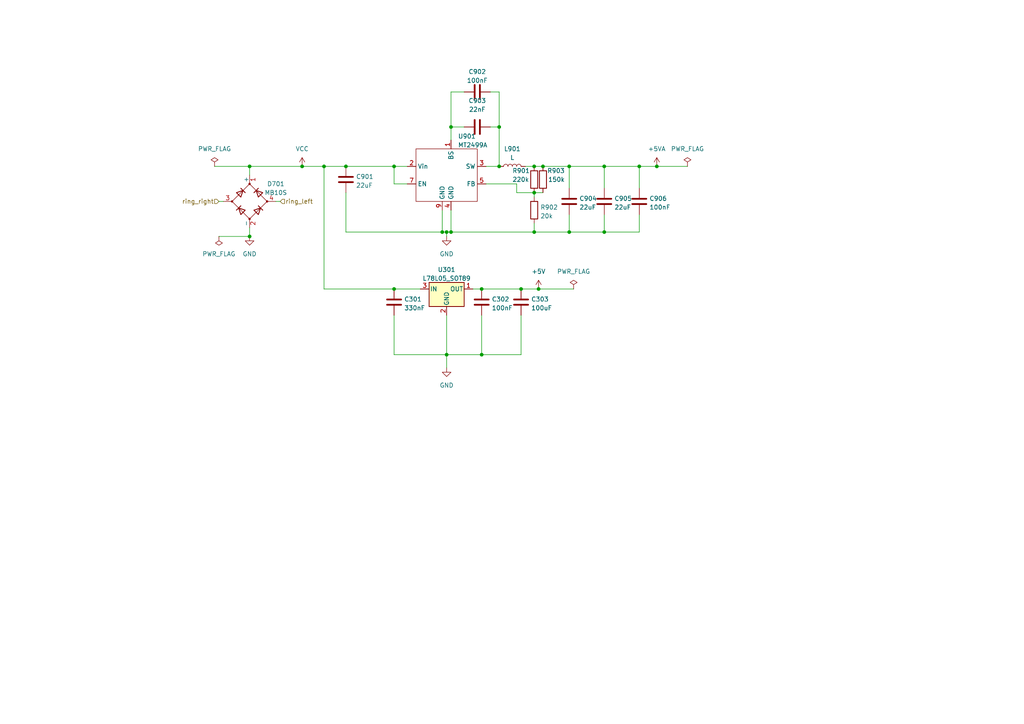
<source format=kicad_sch>
(kicad_sch (version 20230121) (generator eeschema)
  (paper "A4")
  (lib_symbols
    (symbol "Device:C" (pin_numbers hide) (pin_names (offset 0.254))
      (property "Reference" "C" (at 0.635 2.54 0))
      (property "Value" "C" (at 0.635 -2.54 0))
      (symbol "C_0_1"
        (polyline (pts (xy -2.032 -0.762) (xy 2.032 -0.762)) (stroke (width 0.508)))
        (polyline (pts (xy -2.032 0.762) (xy 2.032 0.762)) (stroke (width 0.508)))
      )
      (symbol "C_1_1"
        (pin passive line (at 0 3.81 270) (length 2.794) (name "~") (number "1"))
        (pin passive line (at 0 -3.81 90) (length 2.794) (name "~") (number "2"))
      )
    )
    (symbol "Device:L" (pin_numbers hide) (pin_names (offset 1.016) hide)
      (property "Reference" "L" (at -1.27 0 90))
      (property "Value" "L" (at 1.905 0 90))
      (symbol "L_0_1"
        (arc (start 0 -2.54) (mid 0.6323 -1.905) (end 0 -1.27))
        (arc (start 0 -1.27) (mid 0.6323 -0.635) (end 0 0))
        (arc (start 0 0) (mid 0.6323 0.635) (end 0 1.27))
        (arc (start 0 1.27) (mid 0.6323 1.905) (end 0 2.54))
      )
      (symbol "L_1_1"
        (pin passive line (at 0 3.81 270) (length 1.27) (name "1") (number "1"))
        (pin passive line (at 0 -3.81 90) (length 1.27) (name "2") (number "2"))
      )
    )
    (symbol "Device:R" (pin_numbers hide) (pin_names (offset 0))
      (property "Reference" "R" (at 2.032 0 90))
      (property "Value" "R" (at 0 0 90))
      (symbol "R_0_1"
        (rectangle (start -1.016 -2.54) (end 1.016 2.54) (stroke (width 0.254)))
      )
      (symbol "R_1_1"
        (pin passive line (at 0 3.81 270) (length 1.27) (name "~") (number "1"))
        (pin passive line (at 0 -3.81 90) (length 1.27) (name "~") (number "2"))
      )
    )
    (symbol "Regulator_Linear:L78L05_SOT89" (pin_names (offset 0.254))
      (property "Reference" "U" (at -3.81 3.175 0))
      (property "Value" "L78L05_SOT89" (at -0.635 3.175 0))
      (symbol "L78L05_SOT89_0_1"
        (rectangle (start -5.08 1.905) (end 5.08 -5.08) (stroke (width 0.254)) (fill (type background)))
      )
      (symbol "L78L05_SOT89_1_1"
        (pin power_out line (at 7.62 0 180) (length 2.54) (name "OUT") (number "1"))
        (pin power_in line (at 0 -7.62 90) (length 2.54) (name "GND") (number "2"))
        (pin power_in line (at -7.62 0 0) (length 2.54) (name "IN") (number "3"))
      )
    )
    (symbol "custom_kicad_lib_sk:MB10S" (pin_names (offset 0))
      (property "Reference" "D" (at 2.54 6.985 0))
      (property "Value" "MB10S" (at 2.54 5.08 0))
      (symbol "MB10S_0_1"
        (circle (center -5.08 0) (radius 0.254) (fill (type outline)))
        (circle (center 0 -5.08) (radius 0.254) (fill (type outline)))
        (polyline (pts (xy -2.54 3.81) (xy -1.27 2.54)) (stroke (width 0.254)))
        (polyline (pts (xy -1.27 -2.54) (xy -2.54 -3.81)) (stroke (width 0.254)))
        (polyline (pts (xy 2.54 -1.27) (xy 3.81 -2.54)) (stroke (width 0.254)))
        (polyline (pts (xy 2.54 1.27) (xy 3.81 2.54)) (stroke (width 0.254)))
        (polyline (pts (xy -3.81 2.54) (xy -2.54 1.27) (xy -1.905 3.175) (xy -3.81 2.54)) (stroke (width 0.254)))
        (polyline (pts (xy -2.54 -1.27) (xy -3.81 -2.54) (xy -1.905 -3.175) (xy -2.54 -1.27)) (stroke (width 0.254)))
        (polyline (pts (xy 1.27 2.54) (xy 2.54 3.81) (xy 3.175 1.905) (xy 1.27 2.54)) (stroke (width 0.254)))
        (polyline (pts (xy 3.175 -1.905) (xy 1.27 -2.54) (xy 2.54 -3.81) (xy 3.175 -1.905)) (stroke (width 0.254)))
        (polyline (pts (xy -5.08 0) (xy 0 -5.08) (xy 5.08 0) (xy 0 5.08) (xy -5.08 0)))
        (circle (center 0 5.08) (radius 0.254) (fill (type outline)))
        (circle (center 5.08 0) (radius 0.254) (fill (type outline)))
      )
      (symbol "MB10S_1_1"
        (pin passive line (at 7.62 0 180) (length 2.54) (name "+") (number "1"))
        (pin passive line (at -7.62 0 0) (length 2.54) (name "-") (number "2"))
        (pin passive line (at 0 7.62 270) (length 2.54) (name "~") (number "3"))
        (pin passive line (at 0 -7.62 90) (length 2.54) (name "~") (number "4"))
      )
    )
    (symbol "custom_kicad_lib_sk:MT499A"
      (property "Reference" "U1" (at 2.0194 9.999 0))
      (property "Value" "MT499A" (at 2.0194 7.4621 0))
      (symbol "MT499A_0_1"
        (rectangle (start -10.16 6.35) (end 7.62 -8.89) (stroke (width 0.1524)))
      )
      (symbol "MT499A_1_1"
        (pin input line (at 0 8.89 270) (length 2.54) (name "BS") (number "1"))
        (pin power_in line (at -12.7 1.27 0) (length 2.54) (name "Vin") (number "2"))
        (pin input line (at 10.16 1.27 180) (length 2.54) (name "SW") (number "3"))
        (pin power_in line (at 0 -11.43 90) (length 2.54) (name "GND") (number "4"))
        (pin input line (at 10.16 -3.81 180) (length 2.54) (name "FB") (number "5"))
        (pin no_connect line (at 8.89 -11.43 180) (length 2.54) hide (name "NC") (number "6"))
        (pin input line (at -12.7 -3.81 0) (length 2.54) (name "EN") (number "7"))
        (pin no_connect line (at 8.89 -13.97 180) (length 2.54) hide (name "NC") (number "8"))
        (pin input line (at -2.54 -11.43 90) (length 2.54) (name "GND") (number "9"))
      )
    )
    (symbol "power:+5V" (power) (pin_names (offset 0))
      (property "Value" "+5V" (at 0 3.556 0))
      (symbol "+5V_0_1"
        (polyline (pts (xy -0.762 1.27) (xy 0 2.54)))
        (polyline (pts (xy 0 0) (xy 0 2.54)))
        (polyline (pts (xy 0 2.54) (xy 0.762 1.27)))
      )
      (symbol "+5V_1_1"
        (pin power_in line (at 0 0 90) (length 0) hide (name "+5V") (number "1"))
      )
    )
    (symbol "power:+5VA" (power) (pin_names (offset 0))
      (property "Value" "+5VA" (at 0 3.556 0))
      (symbol "+5VA_0_1"
        (polyline (pts (xy -0.762 1.27) (xy 0 2.54)))
        (polyline (pts (xy 0 0) (xy 0 2.54)))
        (polyline (pts (xy 0 2.54) (xy 0.762 1.27)))
      )
      (symbol "+5VA_1_1"
        (pin power_in line (at 0 0 90) (length 0) hide (name "+5VA") (number "1"))
      )
    )
    (symbol "power:GND" (power) (pin_names (offset 0))
      (property "Value" "GND" (at 0 -3.81 0))
      (symbol "GND_0_1"
        (polyline (pts (xy 0 0) (xy 0 -1.27) (xy 1.27 -1.27) (xy 0 -2.54) (xy -1.27 -1.27) (xy 0 -1.27)))
      )
      (symbol "GND_1_1"
        (pin power_in line (at 0 0 270) (length 0) hide (name "GND") (number "1"))
      )
    )
    (symbol "power:PWR_FLAG" (power) (pin_numbers hide) (pin_names (offset 0) hide)
      (property "Value" "PWR_FLAG" (at 0 3.81 0))
      (symbol "PWR_FLAG_0_0"
        (pin power_out line (at 0 0 90) (length 0) (name "pwr") (number "1"))
      )
      (symbol "PWR_FLAG_0_1"
        (polyline (pts (xy 0 0) (xy 0 1.27) (xy -1.016 1.905) (xy 0 2.54) (xy 1.016 1.905) (xy 0 1.27)))
      )
    )
    (symbol "power:VCC" (power) (pin_names (offset 0))
      (property "Value" "VCC" (at 0 3.81 0))
      (symbol "VCC_0_1"
        (polyline (pts (xy -0.762 1.27) (xy 0 2.54)))
        (polyline (pts (xy 0 0) (xy 0 2.54)))
        (polyline (pts (xy 0 2.54) (xy 0.762 1.27)))
      )
      (symbol "VCC_1_1"
        (pin power_in line (at 0 0 90) (length 0) hide (name "VCC") (number "1"))
      )
    )
  )
  (junction (at 139.7 83.82))
  (junction (at 175.26 67.31))
  (junction (at 156.21 83.82))
  (junction (at 87.63 48.26))
  (junction (at 175.26 48.26))
  (junction (at 93.98 48.26))
  (junction (at 190.5 48.26))
  (junction (at 165.1 48.26))
  (junction (at 151.13 83.82))
  (junction (at 129.54 102.87))
  (junction (at 114.3 83.82))
  (junction (at 114.3 48.26))
  (junction (at 185.42 48.26))
  (junction (at 157.48 48.26))
  (junction (at 100.33 48.26))
  (junction (at 154.94 55.88))
  (junction (at 154.94 48.26))
  (junction (at 139.7 102.87))
  (junction (at 128.27 67.31))
  (junction (at 129.54 67.31))
  (junction (at 154.94 67.31))
  (junction (at 72.39 48.26))
  (junction (at 72.39 68.58))
  (junction (at 144.78 48.26))
  (junction (at 144.78 36.83))
  (junction (at 165.1 67.31))
  (junction (at 130.81 36.83))
  (junction (at 130.81 67.31))
  (wire (pts (xy 114.3 48.26) (xy 118.11 48.26)))
  (wire (pts (xy 114.3 83.82) (xy 121.92 83.82)))
  (wire (pts (xy 154.94 67.31) (xy 154.94 64.77)))
  (wire (pts (xy 157.48 48.26) (xy 165.1 48.26)))
  (wire (pts (xy 93.98 83.82) (xy 114.3 83.82)))
  (wire (pts (xy 128.27 60.96) (xy 128.27 67.31)))
  (wire (pts (xy 190.5 48.26) (xy 185.42 48.26)))
  (wire (pts (xy 128.27 67.31) (xy 100.33 67.31)))
  (wire (pts (xy 154.94 55.88) (xy 154.94 57.15)))
  (wire (pts (xy 139.7 91.44) (xy 139.7 102.87)))
  (wire (pts (xy 80.01 58.42) (xy 81.28 58.42)))
  (wire (pts (xy 154.94 48.26) (xy 157.48 48.26)))
  (wire (pts (xy 72.39 66.04) (xy 72.39 68.58)))
  (wire (pts (xy 62.23 48.26) (xy 72.39 48.26)))
  (wire (pts (xy 175.26 62.23) (xy 175.26 67.31)))
  (wire (pts (xy 100.33 48.26) (xy 114.3 48.26)))
  (wire (pts (xy 93.98 48.26) (xy 100.33 48.26)))
  (wire (pts (xy 129.54 102.87) (xy 129.54 106.68)))
  (wire (pts (xy 165.1 48.26) (xy 175.26 48.26)))
  (wire (pts (xy 175.26 67.31) (xy 165.1 67.31)))
  (wire (pts (xy 130.81 67.31) (xy 129.54 67.31)))
  (wire (pts (xy 114.3 102.87) (xy 129.54 102.87)))
  (wire (pts (xy 175.26 48.26) (xy 185.42 48.26)))
  (wire (pts (xy 154.94 67.31) (xy 130.81 67.31)))
  (wire (pts (xy 149.86 53.34) (xy 149.86 55.88)))
  (wire (pts (xy 134.62 26.67) (xy 130.81 26.67)))
  (wire (pts (xy 151.13 91.44) (xy 151.13 102.87)))
  (wire (pts (xy 72.39 48.26) (xy 87.63 48.26)))
  (wire (pts (xy 63.5 68.58) (xy 72.39 68.58)))
  (wire (pts (xy 140.97 48.26) (xy 144.78 48.26)))
  (wire (pts (xy 152.4 48.26) (xy 154.94 48.26)))
  (wire (pts (xy 144.78 36.83) (xy 144.78 26.67)))
  (wire (pts (xy 175.26 48.26) (xy 175.26 54.61)))
  (wire (pts (xy 151.13 83.82) (xy 156.21 83.82)))
  (wire (pts (xy 130.81 26.67) (xy 130.81 36.83)))
  (wire (pts (xy 129.54 67.31) (xy 128.27 67.31)))
  (wire (pts (xy 63.5 58.42) (xy 64.77 58.42)))
  (wire (pts (xy 114.3 91.44) (xy 114.3 102.87)))
  (wire (pts (xy 114.3 48.26) (xy 114.3 53.34)))
  (wire (pts (xy 129.54 67.31) (xy 129.54 68.58)))
  (wire (pts (xy 156.21 83.82) (xy 166.37 83.82)))
  (wire (pts (xy 144.78 26.67) (xy 142.24 26.67)))
  (wire (pts (xy 72.39 48.26) (xy 72.39 50.8)))
  (wire (pts (xy 185.42 62.23) (xy 185.42 67.31)))
  (wire (pts (xy 129.54 91.44) (xy 129.54 102.87)))
  (wire (pts (xy 144.78 48.26) (xy 144.78 36.83)))
  (wire (pts (xy 190.5 48.26) (xy 199.39 48.26)))
  (wire (pts (xy 165.1 62.23) (xy 165.1 67.31)))
  (wire (pts (xy 100.33 67.31) (xy 100.33 55.88)))
  (wire (pts (xy 165.1 54.61) (xy 165.1 48.26)))
  (wire (pts (xy 130.81 67.31) (xy 130.81 60.96)))
  (wire (pts (xy 139.7 102.87) (xy 151.13 102.87)))
  (wire (pts (xy 185.42 54.61) (xy 185.42 48.26)))
  (wire (pts (xy 130.81 36.83) (xy 134.62 36.83)))
  (wire (pts (xy 87.63 48.26) (xy 93.98 48.26)))
  (wire (pts (xy 118.11 53.34) (xy 114.3 53.34)))
  (wire (pts (xy 154.94 55.88) (xy 157.48 55.88)))
  (wire (pts (xy 185.42 67.31) (xy 175.26 67.31)))
  (wire (pts (xy 137.16 83.82) (xy 139.7 83.82)))
  (wire (pts (xy 154.94 67.31) (xy 165.1 67.31)))
  (wire (pts (xy 139.7 83.82) (xy 151.13 83.82)))
  (wire (pts (xy 149.86 55.88) (xy 154.94 55.88)))
  (wire (pts (xy 93.98 48.26) (xy 93.98 83.82)))
  (wire (pts (xy 130.81 36.83) (xy 130.81 40.64)))
  (wire (pts (xy 129.54 102.87) (xy 139.7 102.87)))
  (wire (pts (xy 144.78 36.83) (xy 142.24 36.83)))
  (wire (pts (xy 140.97 53.34) (xy 149.86 53.34)))
  (hierarchical_label "ring_right" (shape input) (at 63.5 58.42 180))
  (hierarchical_label "ring_left" (shape input) (at 81.28 58.42 0))
  (symbol (lib_id "power:+5VA") (at 190.5 48.26 0) (unit 1)
    (property "Reference" "#PWR0802" (effects hide))
    (property "Value" "+5VA" (at 190.5 43.18 0))
  )
  (symbol (lib_id "power:GND") (at 129.54 106.68 0) (unit 1)
    (property "Reference" "#PWR0102" (effects hide))
    (property "Value" "GND" (at 129.54 111.76 0))
    (instances (project "LDO" (path "" (reference "#PWR0102") (unit 1))) (project "BloX_ABC_MkII" (path "" (reference "#PWR0111") (unit 1))))
  )
  (symbol (lib_id "Device:C") (at 138.43 36.83 90) (unit 1)
    (property "Reference" "C903" (at 138.43 29.21 90))
    (property "Value" "22nF" (at 138.43 31.75 90))
    (property "Footprint" "Capacitor_SMD:C_0402_1005Metric" (effects hide))
    (property "JLCPCB Part#" "C1532" (effects hide))
    (instances (project "BloX_ABC_MkII" (path "" (reference "C903") (unit 1))) (project "OS-servoDriver" (path "" (reference "C903") (unit 1))) (project "buck_5V" (path "" (reference "C903") (unit 1))) (project "general_schematics" (path "" (reference "C1503") (unit 1))))
  )
  (symbol (lib_id "Device:C") (at 139.7 87.63 0) (unit 1)
    (property "Reference" "C302" (at 142.621 86.7953 0) (effects (justify left)))
    (property "Value" "100nF" (at 142.621 89.3322 0) (effects (justify left)))
    (property "Footprint" "Capacitor_SMD:C_0603_1608Metric_Pad1.08x0.95mm_HandSolder" (effects hide))
    (property "JLCPCB Part#" "C14663" (effects hide))
    (instances (project "LDO" (path "" (reference "C302") (unit 1))) (project "BloX_ABC_MkII" (path "" (reference "C302") (unit 1))) (project "general_schematics" (path "" (reference "C1802") (unit 1))))
  )
  (symbol (lib_id "Device:R") (at 157.48 52.07 180) (unit 1)
    (property "Reference" "R903" (at 163.83 49.53 0) (effects (justify left)))
    (property "Value" "150k" (at 163.83 52.07 0) (effects (justify left)))
    (property "Footprint" "Resistor_SMD:R_0603_1608Metric" (effects hide))
    (property "JLCPCB Part#" "C22807" (effects hide))
    (instances (project "BloX_ABC_MkII" (path "" (reference "R903") (unit 1))) (project "buck_5V" (path "" (reference "R903") (unit 1))) (project "general_schematics" (path "" (reference "R1503") (unit 1))))
  )
  (symbol (lib_id "power:PWR_FLAG") (at 199.39 48.26 0) (unit 1)
    (property "Reference" "#FLG0802" (effects hide))
    (property "Value" "PWR_FLAG" (at 199.39 43.18 0))
  )
  (symbol (lib_id "Device:C") (at 138.43 26.67 90) (unit 1)
    (property "Reference" "C902" (at 138.43 20.8112 90))
    (property "Value" "100nF" (at 138.43 23.3481 90))
    (property "Footprint" "Capacitor_SMD:C_0402_1005Metric" (effects hide))
    (property "JLCPCB Part#" "C307331" (effects hide))
    (instances (project "BloX_ABC_MkII" (path "" (reference "C902") (unit 1))) (project "buck_5V" (path "" (reference "C902") (unit 1))) (project "general_schematics" (path "" (reference "C1502") (unit 1))))
  )
  (symbol (lib_id "Device:L") (at 148.59 48.26 90) (unit 1)
    (property "Reference" "L901" (at 148.59 43.18 90))
    (property "Value" "L" (at 148.59 45.72 90))
    (property "Footprint" "Inductor_SMD:L_Bourns-SRU8028_8.0x8.0mm" (effects hide))
    (property "JLCPCB Part#" "C92945" (effects hide))
    (instances (project "BloX_ABC_MkII" (path "" (reference "L901") (unit 1))) (project "OS-servoDriver" (path "" (reference "L901") (unit 1))) (project "buck_5V" (path "" (reference "L901") (unit 1))) (project "general_schematics" (path "" (reference "L1501") (unit 1))))
  )
  (symbol (lib_id "Regulator_Linear:L78L05_SOT89") (at 129.54 83.82 0) (unit 1)
    (property "Reference" "U301" (at 129.54 78.2152 0))
    (property "Value" "L78L05_SOT89" (at 129.54 80.7521 0))
    (property "Footprint" "Package_TO_SOT_SMD:SOT-89-3" (effects hide))
    (property "Datasheet" "http://www.st.com/content/ccc/resource/technical/document/datasheet/15/55/e5/aa/23/5b/43/fd/CD00000446.pdf/files/CD00000446.pdf/jcr:content/translations/en.CD00000446.pdf" (effects hide))
    (property "JLCPCB Part#" "C71136" (effects hide))
    (instances (project "LDO" (path "" (reference "U301") (unit 1))) (project "BloX_ABC_MkII" (path "" (reference "U301") (unit 1))) (project "general_schematics" (path "" (reference "U1801") (unit 1))))
  )
  (symbol (lib_id "power:VCC") (at 87.63 48.26 0) (unit 1)
    (property "Reference" "#PWR0112" (effects hide))
    (property "Value" "VCC" (at 87.63 43.18 0))
    (instances (project "BloX_ABC_MkII" (path "" (reference "#PWR0112") (unit 1))) (project "buck_5V" (path "" (reference "#PWR0103") (unit 1))))
  )
  (symbol (lib_id "Device:C") (at 175.26 58.42 0) (unit 1)
    (property "Reference" "C905" (at 178.181 57.5853 0) (effects (justify left)))
    (property "Value" "22uF" (at 178.181 60.1222 0) (effects (justify left)))
    (property "Footprint" "Capacitor_SMD:C_0603_1608Metric" (effects hide))
    (property "JLCPCB Part#" "C45783" (effects hide))
    (instances (project "BloX_ABC_MkII" (path "" (reference "C905") (unit 1))) (project "buck_5V" (path "" (reference "C905") (unit 1))) (project "general_schematics" (path "" (reference "C1505") (unit 1))))
  )
  (symbol (lib_id "power:PWR_FLAG") (at 166.37 83.82 0) (unit 1)
    (property "Reference" "#FLG0801" (effects hide))
    (property "Value" "PWR_FLAG" (at 166.37 78.74 0))
  )
  (symbol (lib_id "Device:C") (at 100.33 52.07 0) (unit 1)
    (property "Reference" "C901" (at 103.251 51.2353 0) (effects (justify left)))
    (property "Value" "22uF" (at 103.251 53.7722 0) (effects (justify left)))
    (property "Footprint" "Capacitor_SMD:C_0603_1608Metric" (effects hide))
    (property "JLCPCB Part#" "C45783" (effects hide))
    (instances (project "BloX_ABC_MkII" (path "" (reference "C901") (unit 1))) (project "buck_5V" (path "" (reference "C901") (unit 1))) (project "general_schematics" (path "" (reference "C1501") (unit 1))))
  )
  (symbol (lib_id "Device:R") (at 154.94 60.96 0) (unit 1)
    (property "Reference" "R902" (at 156.718 60.1253 0) (effects (justify left)))
    (property "Value" "20k" (at 156.718 62.6622 0) (effects (justify left)))
    (property "Footprint" "Resistor_SMD:R_0603_1608Metric" (effects hide))
    (property "JLCPCB Part#" "C4328" (effects hide))
    (instances (project "BloX_ABC_MkII" (path "" (reference "R902") (unit 1))) (project "buck_5V" (path "" (reference "R902") (unit 1))) (project "general_schematics" (path "" (reference "R1502") (unit 1))))
  )
  (symbol (lib_id "power:GND") (at 129.54 68.58 0) (unit 1)
    (property "Reference" "#PWR0110" (effects hide))
    (property "Value" "GND" (at 129.54 73.66 0))
    (instances (project "BloX_ABC_MkII" (path "" (reference "#PWR0110") (unit 1))) (project "buck_5V" (path "" (reference "#PWR0101") (unit 1))))
  )
  (symbol (lib_id "power:GND") (at 72.39 68.58 0) (unit 1)
    (property "Reference" "#PWR0801" (effects hide))
    (property "Value" "GND" (at 72.39 73.66 0))
  )
  (symbol (lib_id "custom_kicad_lib_sk:MT499A") (at 130.81 49.53 0) (unit 1)
    (property "Reference" "U901" (at 132.8294 39.531 0) (effects (justify left)))
    (property "Value" "MT2499A" (at 132.8294 42.0679 0) (effects (justify left)))
    (property "Footprint" "Package_SO:TI_SO-PowerPAD-8" (effects hide))
    (property "Datasheet" "https://datasheet.lcsc.com/lcsc/2205121200_XI-AN-Aerosemi-Tech-MT2499A_C3007555.pdf" (effects hide))
    (property "JLCPCB Part#" "C3007555" (effects hide))
    (instances (project "BloX_ABC_MkII" (path "" (reference "U901") (unit 1))) (project "buck_5V" (path "" (reference "U901") (unit 1))) (project "general_schematics" (path "" (reference "U1501") (unit 1))))
  )
  (symbol (lib_id "power:PWR_FLAG") (at 63.5 68.58 180) (unit 1)
    (property "Reference" "#FLG0804" (effects hide))
    (property "Value" "PWR_FLAG" (at 63.5 73.66 0))
  )
  (symbol (lib_id "custom_kicad_lib_sk:MB10S") (at 72.39 58.42 90) (unit 1)
    (property "Reference" "D701" (at 80.01 53.34 90))
    (property "Value" "MB10S" (at 80.01 55.88 90))
    (property "Footprint" "Package_TO_SOT_SMD:TO-269AA" (effects hide))
    (property "JLCPCB Part#" "C2488" (effects hide))
  )
  (symbol (lib_id "Device:C") (at 165.1 58.42 0) (unit 1)
    (property "Reference" "C904" (at 168.021 57.5853 0) (effects (justify left)))
    (property "Value" "22uF" (at 168.021 60.1222 0) (effects (justify left)))
    (property "Footprint" "Capacitor_SMD:C_0603_1608Metric" (effects hide))
    (property "JLCPCB Part#" "C45783" (effects hide))
    (instances (project "BloX_ABC_MkII" (path "" (reference "C904") (unit 1))) (project "buck_5V" (path "" (reference "C904") (unit 1))) (project "general_schematics" (path "" (reference "C1504") (unit 1))))
  )
  (symbol (lib_id "Device:R") (at 154.94 52.07 0) (unit 1)
    (property "Reference" "R901" (at 148.59 49.53 0) (effects (justify left)))
    (property "Value" "220k" (at 148.59 52.07 0) (effects (justify left)))
    (property "Footprint" "Resistor_SMD:R_0603_1608Metric" (effects hide))
    (property "JLCPCB Part#" "C22961" (effects hide))
    (instances (project "BloX_ABC_MkII" (path "" (reference "R901") (unit 1))) (project "buck_5V" (path "" (reference "R901") (unit 1))) (project "general_schematics" (path "" (reference "R1501") (unit 1))))
  )
  (symbol (lib_id "power:+5V") (at 156.21 83.82 0) (unit 1)
    (property "Reference" "#PWR0101" (effects hide))
    (property "Value" "+5V" (at 156.21 78.74 0))
    (instances (project "LDO" (path "" (reference "#PWR0101") (unit 1))) (project "BloX_ABC_MkII" (path "" (reference "#PWR0109") (unit 1))))
  )
  (symbol (lib_id "Device:C") (at 185.42 58.42 0) (unit 1)
    (property "Reference" "C906" (at 188.341 57.5853 0) (effects (justify left)))
    (property "Value" "100nF" (at 188.341 60.1222 0) (effects (justify left)))
    (property "Footprint" "Capacitor_SMD:C_0402_1005Metric" (effects hide))
    (property "JLCPCB Part#" "C307331" (effects hide))
    (instances (project "BloX_ABC_MkII" (path "" (reference "C906") (unit 1))) (project "buck_5V" (path "" (reference "C906") (unit 1))) (project "general_schematics" (path "" (reference "C1506") (unit 1))))
  )
  (symbol (lib_id "power:PWR_FLAG") (at 62.23 48.26 0) (unit 1)
    (property "Reference" "#FLG0803" (effects hide))
    (property "Value" "PWR_FLAG" (at 62.23 43.18 0))
  )
  (symbol (lib_id "Device:C") (at 114.3 87.63 0) (unit 1)
    (property "Reference" "C301" (at 117.221 86.7953 0) (effects (justify left)))
    (property "Value" "330nF" (at 117.221 89.3322 0) (effects (justify left)))
    (property "Footprint" "Capacitor_SMD:C_0603_1608Metric_Pad1.08x0.95mm_HandSolder" (effects hide))
    (property "JLCPCB Part#" "C1615" (effects hide))
    (instances (project "LDO" (path "" (reference "C301") (unit 1))) (project "BloX_ABC_MkII" (path "" (reference "C301") (unit 1))) (project "general_schematics" (path "" (reference "C1801") (unit 1))))
  )
  (symbol (lib_id "Device:C") (at 151.13 87.63 0) (unit 1)
    (property "Reference" "C303" (at 154.051 86.7953 0) (effects (justify left)))
    (property "Value" "100uF" (at 154.051 89.3322 0) (effects (justify left)))
    (property "Footprint" "Capacitor_SMD:C_1206_3216Metric_Pad1.33x1.80mm_HandSolder" (effects hide))
    (property "JLCPCB Part#" "C15008" (effects hide))
    (instances (project "LDO" (path "" (reference "C303") (unit 1))) (project "BloX_ABC_MkII" (path "" (reference "C303") (unit 1))) (project "general_schematics" (path "" (reference "C1803") (unit 1))))
  )
)
</source>
